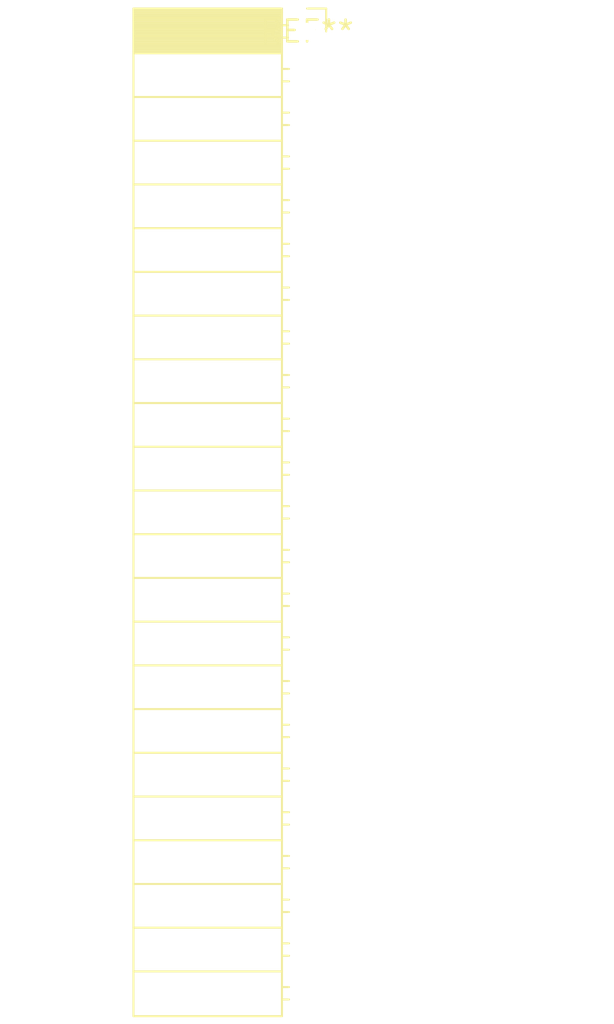
<source format=kicad_pcb>
(kicad_pcb (version 20240108) (generator pcbnew)
  (layers (0 "F.Cu" signal) (31 "B.Cu" signal) (34 "B.Paste" user) (35 "F.Paste" user) (36 "B.SilkS" user "B.Silkscreen") (37 "F.SilkS" user "F.Silkscreen") (38 "B.Mask" user) (39 "F.Mask" user) (44 "Edge.Cuts" user))
  (net 0 "")
  (footprint "PinSocket_1x23_P2.54mm_Horizontal" (layer "F.Cu") (at 0 0)
    (property "Reference" "REF**")
    (property "Value" "PinSocket_1x23_P2.54mm_Horizontal")
    (fp_line (start -10.09 -1.33) (end -10.09 57.21) (layer "F.SilkS") (stroke (width 0.12)))
    (fp_line (start -10.09 -1.33) (end -1.46 -1.33) (layer "F.SilkS") (stroke (width 0.12)))
    (fp_line (start -10.09 -1.21) (end -1.46 -1.21) (layer "F.SilkS") (stroke (width 0.12)))
    (fp_line (start -10.09 -1.091905) (end -1.46 -1.091905) (layer "F.SilkS") (stroke (width 0.12)))
    (fp_line (start -10.09 -0.97381) (end -1.46 -0.97381) (layer "F.SilkS") (stroke (width 0.12)))
    (fp_line (start -10.09 -0.855715) (end -1.46 -0.855715) (layer "F.SilkS") (stroke (width 0.12)))
    (fp_line (start -10.09 -0.73762) (end -1.46 -0.73762) (layer "F.SilkS") (stroke (width 0.12)))
    (fp_line (start -10.09 -0.619525) (end -1.46 -0.619525) (layer "F.SilkS") (stroke (width 0.12)))
    (fp_line (start -10.09 -0.50143) (end -1.46 -0.50143) (layer "F.SilkS") (stroke (width 0.12)))
    (fp_line (start -10.09 -0.383335) (end -1.46 -0.383335) (layer "F.SilkS") (stroke (width 0.12)))
    (fp_line (start -10.09 -0.26524) (end -1.46 -0.26524) (layer "F.SilkS") (stroke (width 0.12)))
    (fp_line (start -10.09 -0.147145) (end -1.46 -0.147145) (layer "F.SilkS") (stroke (width 0.12)))
    (fp_line (start -10.09 -0.02905) (end -1.46 -0.02905) (layer "F.SilkS") (stroke (width 0.12)))
    (fp_line (start -10.09 0.089045) (end -1.46 0.089045) (layer "F.SilkS") (stroke (width 0.12)))
    (fp_line (start -10.09 0.20714) (end -1.46 0.20714) (layer "F.SilkS") (stroke (width 0.12)))
    (fp_line (start -10.09 0.325235) (end -1.46 0.325235) (layer "F.SilkS") (stroke (width 0.12)))
    (fp_line (start -10.09 0.44333) (end -1.46 0.44333) (layer "F.SilkS") (stroke (width 0.12)))
    (fp_line (start -10.09 0.561425) (end -1.46 0.561425) (layer "F.SilkS") (stroke (width 0.12)))
    (fp_line (start -10.09 0.67952) (end -1.46 0.67952) (layer "F.SilkS") (stroke (width 0.12)))
    (fp_line (start -10.09 0.797615) (end -1.46 0.797615) (layer "F.SilkS") (stroke (width 0.12)))
    (fp_line (start -10.09 0.91571) (end -1.46 0.91571) (layer "F.SilkS") (stroke (width 0.12)))
    (fp_line (start -10.09 1.033805) (end -1.46 1.033805) (layer "F.SilkS") (stroke (width 0.12)))
    (fp_line (start -10.09 1.1519) (end -1.46 1.1519) (layer "F.SilkS") (stroke (width 0.12)))
    (fp_line (start -10.09 1.27) (end -1.46 1.27) (layer "F.SilkS") (stroke (width 0.12)))
    (fp_line (start -10.09 3.81) (end -1.46 3.81) (layer "F.SilkS") (stroke (width 0.12)))
    (fp_line (start -10.09 6.35) (end -1.46 6.35) (layer "F.SilkS") (stroke (width 0.12)))
    (fp_line (start -10.09 8.89) (end -1.46 8.89) (layer "F.SilkS") (stroke (width 0.12)))
    (fp_line (start -10.09 11.43) (end -1.46 11.43) (layer "F.SilkS") (stroke (width 0.12)))
    (fp_line (start -10.09 13.97) (end -1.46 13.97) (layer "F.SilkS") (stroke (width 0.12)))
    (fp_line (start -10.09 16.51) (end -1.46 16.51) (layer "F.SilkS") (stroke (width 0.12)))
    (fp_line (start -10.09 19.05) (end -1.46 19.05) (layer "F.SilkS") (stroke (width 0.12)))
    (fp_line (start -10.09 21.59) (end -1.46 21.59) (layer "F.SilkS") (stroke (width 0.12)))
    (fp_line (start -10.09 24.13) (end -1.46 24.13) (layer "F.SilkS") (stroke (width 0.12)))
    (fp_line (start -10.09 26.67) (end -1.46 26.67) (layer "F.SilkS") (stroke (width 0.12)))
    (fp_line (start -10.09 29.21) (end -1.46 29.21) (layer "F.SilkS") (stroke (width 0.12)))
    (fp_line (start -10.09 31.75) (end -1.46 31.75) (layer "F.SilkS") (stroke (width 0.12)))
    (fp_line (start -10.09 34.29) (end -1.46 34.29) (layer "F.SilkS") (stroke (width 0.12)))
    (fp_line (start -10.09 36.83) (end -1.46 36.83) (layer "F.SilkS") (stroke (width 0.12)))
    (fp_line (start -10.09 39.37) (end -1.46 39.37) (layer "F.SilkS") (stroke (width 0.12)))
    (fp_line (start -10.09 41.91) (end -1.46 41.91) (layer "F.SilkS") (stroke (width 0.12)))
    (fp_line (start -10.09 44.45) (end -1.46 44.45) (layer "F.SilkS") (stroke (width 0.12)))
    (fp_line (start -10.09 46.99) (end -1.46 46.99) (layer "F.SilkS") (stroke (width 0.12)))
    (fp_line (start -10.09 49.53) (end -1.46 49.53) (layer "F.SilkS") (stroke (width 0.12)))
    (fp_line (start -10.09 52.07) (end -1.46 52.07) (layer "F.SilkS") (stroke (width 0.12)))
    (fp_line (start -10.09 54.61) (end -1.46 54.61) (layer "F.SilkS") (stroke (width 0.12)))
    (fp_line (start -10.09 57.21) (end -1.46 57.21) (layer "F.SilkS") (stroke (width 0.12)))
    (fp_line (start -1.46 -1.33) (end -1.46 57.21) (layer "F.SilkS") (stroke (width 0.12)))
    (fp_line (start -1.46 -0.36) (end -1.11 -0.36) (layer "F.SilkS") (stroke (width 0.12)))
    (fp_line (start -1.46 0.36) (end -1.11 0.36) (layer "F.SilkS") (stroke (width 0.12)))
    (fp_line (start -1.46 2.18) (end -1.05 2.18) (layer "F.SilkS") (stroke (width 0.12)))
    (fp_line (start -1.46 2.9) (end -1.05 2.9) (layer "F.SilkS") (stroke (width 0.12)))
    (fp_line (start -1.46 4.72) (end -1.05 4.72) (layer "F.SilkS") (stroke (width 0.12)))
    (fp_line (start -1.46 5.44) (end -1.05 5.44) (layer "F.SilkS") (stroke (width 0.12)))
    (fp_line (start -1.46 7.26) (end -1.05 7.26) (layer "F.SilkS") (stroke (width 0.12)))
    (fp_line (start -1.46 7.98) (end -1.05 7.98) (layer "F.SilkS") (stroke (width 0.12)))
    (fp_line (start -1.46 9.8) (end -1.05 9.8) (layer "F.SilkS") (stroke (width 0.12)))
    (fp_line (start -1.46 10.52) (end -1.05 10.52) (layer "F.SilkS") (stroke (width 0.12)))
    (fp_line (start -1.46 12.34) (end -1.05 12.34) (layer "F.SilkS") (stroke (width 0.12)))
    (fp_line (start -1.46 13.06) (end -1.05 13.06) (layer "F.SilkS") (stroke (width 0.12)))
    (fp_line (start -1.46 14.88) (end -1.05 14.88) (layer "F.SilkS") (stroke (width 0.12)))
    (fp_line (start -1.46 15.6) (end -1.05 15.6) (layer "F.SilkS") (stroke (width 0.12)))
    (fp_line (start -1.46 17.42) (end -1.05 17.42) (layer "F.SilkS") (stroke (width 0.12)))
    (fp_line (start -1.46 18.14) (end -1.05 18.14) (layer "F.SilkS") (stroke (width 0.12)))
    (fp_line (start -1.46 19.96) (end -1.05 19.96) (layer "F.SilkS") (stroke (width 0.12)))
    (fp_line (start -1.46 20.68) (end -1.05 20.68) (layer "F.SilkS") (stroke (width 0.12)))
    (fp_line (start -1.46 22.5) (end -1.05 22.5) (layer "F.SilkS") (stroke (width 0.12)))
    (fp_line (start -1.46 23.22) (end -1.05 23.22) (layer "F.SilkS") (stroke (width 0.12)))
    (fp_line (start -1.46 25.04) (end -1.05 25.04) (layer "F.SilkS") (stroke (width 0.12)))
    (fp_line (start -1.46 25.76) (end -1.05 25.76) (layer "F.SilkS") (stroke (width 0.12)))
    (fp_line (start -1.46 27.58) (end -1.05 27.58) (layer "F.SilkS") (stroke (width 0.12)))
    (fp_line (start -1.46 28.3) (end -1.05 28.3) (layer "F.SilkS") (stroke (width 0.12)))
    (fp_line (start -1.46 30.12) (end -1.05 30.12) (layer "F.SilkS") (stroke (width 0.12)))
    (fp_line (start -1.46 30.84) (end -1.05 30.84) (layer "F.SilkS") (stroke (width 0.12)))
    (fp_line (start -1.46 32.66) (end -1.05 32.66) (layer "F.SilkS") (stroke (width 0.12)))
    (fp_line (start -1.46 33.38) (end -1.05 33.38) (layer "F.SilkS") (stroke (width 0.12)))
    (fp_line (start -1.46 35.2) (end -1.05 35.2) (layer "F.SilkS") (stroke (width 0.12)))
    (fp_line (start -1.46 35.92) (end -1.05 35.92) (layer "F.SilkS") (stroke (width 0.12)))
    (fp_line (start -1.46 37.74) (end -1.05 37.74) (layer "F.SilkS") (stroke (width 0.12)))
    (fp_line (start -1.46 38.46) (end -1.05 38.46) (layer "F.SilkS") (stroke (width 0.12)))
    (fp_line (start -1.46 40.28) (end -1.05 40.28) (layer "F.SilkS") (stroke (width 0.12)))
    (fp_line (start -1.46 41) (end -1.05 41) (layer "F.SilkS") (stroke (width 0.12)))
    (fp_line (start -1.46 42.82) (end -1.05 42.82) (layer "F.SilkS") (stroke (width 0.12)))
    (fp_line (start -1.46 43.54) (end -1.05 43.54) (layer "F.SilkS") (stroke (width 0.12)))
    (fp_line (start -1.46 45.36) (end -1.05 45.36) (layer "F.SilkS") (stroke (width 0.12)))
    (fp_line (start -1.46 46.08) (end -1.05 46.08) (layer "F.SilkS") (stroke (width 0.12)))
    (fp_line (start -1.46 47.9) (end -1.05 47.9) (layer "F.SilkS") (stroke (width 0.12)))
    (fp_line (start -1.46 48.62) (end -1.05 48.62) (layer "F.SilkS") (stroke (width 0.12)))
    (fp_line (start -1.46 50.44) (end -1.05 50.44) (layer "F.SilkS") (stroke (width 0.12)))
    (fp_line (start -1.46 51.16) (end -1.05 51.16) (layer "F.SilkS") (stroke (width 0.12)))
    (fp_line (start -1.46 52.98) (end -1.05 52.98) (layer "F.SilkS") (stroke (width 0.12)))
    (fp_line (start -1.46 53.7) (end -1.05 53.7) (layer "F.SilkS") (stroke (width 0.12)))
    (fp_line (start -1.46 55.52) (end -1.05 55.52) (layer "F.SilkS") (stroke (width 0.12)))
    (fp_line (start -1.46 56.24) (end -1.05 56.24) (layer "F.SilkS") (stroke (width 0.12)))
    (fp_line (start 0 -1.33) (end 1.11 -1.33) (layer "F.SilkS") (stroke (width 0.12)))
    (fp_line (start 1.11 -1.33) (end 1.11 0) (layer "F.SilkS") (stroke (width 0.12)))
    (pad "1" thru_hole rect (at 0 0) (size 1.7 1.7) (drill 1) (layers *.Cu *.Mask) (remove_unused_layers))
    (pad "2" thru_hole oval (at 0 2.54) (size 1.7 1.7) (drill 1) (layers *.Cu *.Mask) (remove_unused_layers))
    (pad "3" thru_hole oval (at 0 5.08) (size 1.7 1.7) (drill 1) (layers *.Cu *.Mask) (remove_unused_layers))
    (pad "4" thru_hole oval (at 0 7.62) (size 1.7 1.7) (drill 1) (layers *.Cu *.Mask) (remove_unused_layers))
    (pad "5" thru_hole oval (at 0 10.16) (size 1.7 1.7) (drill 1) (layers *.Cu *.Mask) (remove_unused_layers))
    (pad "6" thru_hole oval (at 0 12.7) (size 1.7 1.7) (drill 1) (layers *.Cu *.Mask) (remove_unused_layers))
    (pad "7" thru_hole oval (at 0 15.24) (size 1.7 1.7) (drill 1) (layers *.Cu *.Mask) (remove_unused_layers))
    (pad "8" thru_hole oval (at 0 17.78) (size 1.7 1.7) (drill 1) (layers *.Cu *.Mask) (remove_unused_layers))
    (pad "9" thru_hole oval (at 0 20.32) (size 1.7 1.7) (drill 1) (layers *.Cu *.Mask) (remove_unused_layers))
    (pad "10" thru_hole oval (at 0 22.86) (size 1.7 1.7) (drill 1) (layers *.Cu *.Mask) (remove_unused_layers))
    (pad "11" thru_hole oval (at 0 25.4) (size 1.7 1.7) (drill 1) (layers *.Cu *.Mask) (remove_unused_layers))
    (pad "12" thru_hole oval (at 0 27.94) (size 1.7 1.7) (drill 1) (layers *.Cu *.Mask) (remove_unused_layers))
    (pad "13" thru_hole oval (at 0 30.48) (size 1.7 1.7) (drill 1) (layers *.Cu *.Mask) (remove_unused_layers))
    (pad "14" thru_hole oval (at 0 33.02) (size 1.7 1.7) (drill 1) (layers *.Cu *.Mask) (remove_unused_layers))
    (pad "15" thru_hole oval (at 0 35.56) (size 1.7 1.7) (drill 1) (layers *.Cu *.Mask) (remove_unused_layers))
    (pad "16" thru_hole oval (at 0 38.1) (size 1.7 1.7) (drill 1) (layers *.Cu *.Mask) (remove_unused_layers))
    (pad "17" thru_hole oval (at 0 40.64) (size 1.7 1.7) (drill 1) (layers *.Cu *.Mask) (remove_unused_layers))
    (pad "18" thru_hole oval (at 0 43.18) (size 1.7 1.7) (drill 1) (layers *.Cu *.Mask) (remove_unused_layers))
    (pad "19" thru_hole oval (at 0 45.72) (size 1.7 1.7) (drill 1) (layers *.Cu *.Mask) (remove_unused_layers))
    (pad "20" thru_hole oval (at 0 48.26) (size 1.7 1.7) (drill 1) (layers *.Cu *.Mask) (remove_unused_layers))
    (pad "21" thru_hole oval (at 0 50.8) (size 1.7 1.7) (drill 1) (layers *.Cu *.Mask) (remove_unused_layers))
    (pad "22" thru_hole oval (at 0 53.34) (size 1.7 1.7) (drill 1) (layers *.Cu *.Mask) (remove_unused_layers))
    (pad "23" thru_hole oval (at 0 55.88) (size 1.7 1.7) (drill 1) (layers *.Cu *.Mask) (remove_unused_layers))
  )
)
</source>
